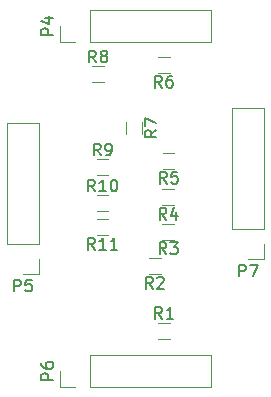
<source format=gto>
G04 #@! TF.FileFunction,Legend,Top*
%FSLAX46Y46*%
G04 Gerber Fmt 4.6, Leading zero omitted, Abs format (unit mm)*
G04 Created by KiCad (PCBNEW 4.0.4-stable) date 12/10/17 21:58:31*
%MOMM*%
%LPD*%
G01*
G04 APERTURE LIST*
%ADD10C,0.100000*%
%ADD11C,0.120000*%
%ADD12C,0.150000*%
G04 APERTURE END LIST*
D10*
D11*
X6410000Y13275000D02*
X6410000Y15935000D01*
X-3810000Y13275000D02*
X6410000Y13275000D01*
X-3810000Y15935000D02*
X6410000Y15935000D01*
X-3810000Y13275000D02*
X-3810000Y15935000D01*
X-5080000Y13275000D02*
X-6410000Y13275000D01*
X-6410000Y13275000D02*
X-6410000Y14605000D01*
X-8195000Y6410000D02*
X-10855000Y6410000D01*
X-8195000Y-3810000D02*
X-8195000Y6410000D01*
X-10855000Y-3810000D02*
X-10855000Y6410000D01*
X-8195000Y-3810000D02*
X-10855000Y-3810000D01*
X-8195000Y-5080000D02*
X-8195000Y-6410000D01*
X-8195000Y-6410000D02*
X-9525000Y-6410000D01*
X6410000Y-15935000D02*
X6410000Y-13275000D01*
X-3810000Y-15935000D02*
X6410000Y-15935000D01*
X-3810000Y-13275000D02*
X6410000Y-13275000D01*
X-3810000Y-15935000D02*
X-3810000Y-13275000D01*
X-5080000Y-15935000D02*
X-6410000Y-15935000D01*
X-6410000Y-15935000D02*
X-6410000Y-14605000D01*
X10855000Y7680000D02*
X8195000Y7680000D01*
X10855000Y-2540000D02*
X10855000Y7680000D01*
X8195000Y-2540000D02*
X8195000Y7680000D01*
X10855000Y-2540000D02*
X8195000Y-2540000D01*
X10855000Y-3810000D02*
X10855000Y-5140000D01*
X10855000Y-5140000D02*
X9525000Y-5140000D01*
X2925000Y-11856000D02*
X1925000Y-11856000D01*
X1925000Y-10496000D02*
X2925000Y-10496000D01*
X1139000Y-5035000D02*
X2139000Y-5035000D01*
X2139000Y-6395000D02*
X1139000Y-6395000D01*
X2282000Y-2114000D02*
X3282000Y-2114000D01*
X3282000Y-3474000D02*
X2282000Y-3474000D01*
X2282000Y807000D02*
X3282000Y807000D01*
X3282000Y-553000D02*
X2282000Y-553000D01*
X2306000Y3855000D02*
X3306000Y3855000D01*
X3306000Y2495000D02*
X2306000Y2495000D01*
X1901000Y11983000D02*
X2901000Y11983000D01*
X2901000Y10623000D02*
X1901000Y10623000D01*
X-807000Y5481000D02*
X-807000Y6481000D01*
X553000Y6481000D02*
X553000Y5481000D01*
X-2663000Y9861000D02*
X-3663000Y9861000D01*
X-3663000Y11221000D02*
X-2663000Y11221000D01*
X-2282000Y1987000D02*
X-3282000Y1987000D01*
X-3282000Y3347000D02*
X-2282000Y3347000D01*
X-2282000Y-1061000D02*
X-3282000Y-1061000D01*
X-3282000Y299000D02*
X-2282000Y299000D01*
X-3282000Y-1733000D02*
X-2282000Y-1733000D01*
X-2282000Y-3093000D02*
X-3282000Y-3093000D01*
D12*
X-6957619Y13866905D02*
X-7957619Y13866905D01*
X-7957619Y14247858D01*
X-7910000Y14343096D01*
X-7862381Y14390715D01*
X-7767143Y14438334D01*
X-7624286Y14438334D01*
X-7529048Y14390715D01*
X-7481429Y14343096D01*
X-7433810Y14247858D01*
X-7433810Y13866905D01*
X-7624286Y15295477D02*
X-6957619Y15295477D01*
X-8005238Y15057381D02*
X-7290952Y14819286D01*
X-7290952Y15438334D01*
X-10263095Y-7862381D02*
X-10263095Y-6862381D01*
X-9882142Y-6862381D01*
X-9786904Y-6910000D01*
X-9739285Y-6957619D01*
X-9691666Y-7052857D01*
X-9691666Y-7195714D01*
X-9739285Y-7290952D01*
X-9786904Y-7338571D01*
X-9882142Y-7386190D01*
X-10263095Y-7386190D01*
X-8786904Y-6862381D02*
X-9263095Y-6862381D01*
X-9310714Y-7338571D01*
X-9263095Y-7290952D01*
X-9167857Y-7243333D01*
X-8929761Y-7243333D01*
X-8834523Y-7290952D01*
X-8786904Y-7338571D01*
X-8739285Y-7433810D01*
X-8739285Y-7671905D01*
X-8786904Y-7767143D01*
X-8834523Y-7814762D01*
X-8929761Y-7862381D01*
X-9167857Y-7862381D01*
X-9263095Y-7814762D01*
X-9310714Y-7767143D01*
X-6957619Y-15343095D02*
X-7957619Y-15343095D01*
X-7957619Y-14962142D01*
X-7910000Y-14866904D01*
X-7862381Y-14819285D01*
X-7767143Y-14771666D01*
X-7624286Y-14771666D01*
X-7529048Y-14819285D01*
X-7481429Y-14866904D01*
X-7433810Y-14962142D01*
X-7433810Y-15343095D01*
X-7957619Y-13914523D02*
X-7957619Y-14105000D01*
X-7910000Y-14200238D01*
X-7862381Y-14247857D01*
X-7719524Y-14343095D01*
X-7529048Y-14390714D01*
X-7148095Y-14390714D01*
X-7052857Y-14343095D01*
X-7005238Y-14295476D01*
X-6957619Y-14200238D01*
X-6957619Y-14009761D01*
X-7005238Y-13914523D01*
X-7052857Y-13866904D01*
X-7148095Y-13819285D01*
X-7386190Y-13819285D01*
X-7481429Y-13866904D01*
X-7529048Y-13914523D01*
X-7576667Y-14009761D01*
X-7576667Y-14200238D01*
X-7529048Y-14295476D01*
X-7481429Y-14343095D01*
X-7386190Y-14390714D01*
X8786905Y-6592381D02*
X8786905Y-5592381D01*
X9167858Y-5592381D01*
X9263096Y-5640000D01*
X9310715Y-5687619D01*
X9358334Y-5782857D01*
X9358334Y-5925714D01*
X9310715Y-6020952D01*
X9263096Y-6068571D01*
X9167858Y-6116190D01*
X8786905Y-6116190D01*
X9691667Y-5592381D02*
X10358334Y-5592381D01*
X9929762Y-6592381D01*
X2258334Y-10178381D02*
X1925000Y-9702190D01*
X1686905Y-10178381D02*
X1686905Y-9178381D01*
X2067858Y-9178381D01*
X2163096Y-9226000D01*
X2210715Y-9273619D01*
X2258334Y-9368857D01*
X2258334Y-9511714D01*
X2210715Y-9606952D01*
X2163096Y-9654571D01*
X2067858Y-9702190D01*
X1686905Y-9702190D01*
X3210715Y-10178381D02*
X2639286Y-10178381D01*
X2925000Y-10178381D02*
X2925000Y-9178381D01*
X2829762Y-9321238D01*
X2734524Y-9416476D01*
X2639286Y-9464095D01*
X1472334Y-7617381D02*
X1139000Y-7141190D01*
X900905Y-7617381D02*
X900905Y-6617381D01*
X1281858Y-6617381D01*
X1377096Y-6665000D01*
X1424715Y-6712619D01*
X1472334Y-6807857D01*
X1472334Y-6950714D01*
X1424715Y-7045952D01*
X1377096Y-7093571D01*
X1281858Y-7141190D01*
X900905Y-7141190D01*
X1853286Y-6712619D02*
X1900905Y-6665000D01*
X1996143Y-6617381D01*
X2234239Y-6617381D01*
X2329477Y-6665000D01*
X2377096Y-6712619D01*
X2424715Y-6807857D01*
X2424715Y-6903095D01*
X2377096Y-7045952D01*
X1805667Y-7617381D01*
X2424715Y-7617381D01*
X2615334Y-4696381D02*
X2282000Y-4220190D01*
X2043905Y-4696381D02*
X2043905Y-3696381D01*
X2424858Y-3696381D01*
X2520096Y-3744000D01*
X2567715Y-3791619D01*
X2615334Y-3886857D01*
X2615334Y-4029714D01*
X2567715Y-4124952D01*
X2520096Y-4172571D01*
X2424858Y-4220190D01*
X2043905Y-4220190D01*
X2948667Y-3696381D02*
X3567715Y-3696381D01*
X3234381Y-4077333D01*
X3377239Y-4077333D01*
X3472477Y-4124952D01*
X3520096Y-4172571D01*
X3567715Y-4267810D01*
X3567715Y-4505905D01*
X3520096Y-4601143D01*
X3472477Y-4648762D01*
X3377239Y-4696381D01*
X3091524Y-4696381D01*
X2996286Y-4648762D01*
X2948667Y-4601143D01*
X2615334Y-1775381D02*
X2282000Y-1299190D01*
X2043905Y-1775381D02*
X2043905Y-775381D01*
X2424858Y-775381D01*
X2520096Y-823000D01*
X2567715Y-870619D01*
X2615334Y-965857D01*
X2615334Y-1108714D01*
X2567715Y-1203952D01*
X2520096Y-1251571D01*
X2424858Y-1299190D01*
X2043905Y-1299190D01*
X3472477Y-1108714D02*
X3472477Y-1775381D01*
X3234381Y-727762D02*
X2996286Y-1442048D01*
X3615334Y-1442048D01*
X2639334Y1272619D02*
X2306000Y1748810D01*
X2067905Y1272619D02*
X2067905Y2272619D01*
X2448858Y2272619D01*
X2544096Y2225000D01*
X2591715Y2177381D01*
X2639334Y2082143D01*
X2639334Y1939286D01*
X2591715Y1844048D01*
X2544096Y1796429D01*
X2448858Y1748810D01*
X2067905Y1748810D01*
X3544096Y2272619D02*
X3067905Y2272619D01*
X3020286Y1796429D01*
X3067905Y1844048D01*
X3163143Y1891667D01*
X3401239Y1891667D01*
X3496477Y1844048D01*
X3544096Y1796429D01*
X3591715Y1701190D01*
X3591715Y1463095D01*
X3544096Y1367857D01*
X3496477Y1320238D01*
X3401239Y1272619D01*
X3163143Y1272619D01*
X3067905Y1320238D01*
X3020286Y1367857D01*
X2234334Y9400619D02*
X1901000Y9876810D01*
X1662905Y9400619D02*
X1662905Y10400619D01*
X2043858Y10400619D01*
X2139096Y10353000D01*
X2186715Y10305381D01*
X2234334Y10210143D01*
X2234334Y10067286D01*
X2186715Y9972048D01*
X2139096Y9924429D01*
X2043858Y9876810D01*
X1662905Y9876810D01*
X3091477Y10400619D02*
X2901000Y10400619D01*
X2805762Y10353000D01*
X2758143Y10305381D01*
X2662905Y10162524D01*
X2615286Y9972048D01*
X2615286Y9591095D01*
X2662905Y9495857D01*
X2710524Y9448238D01*
X2805762Y9400619D01*
X2996239Y9400619D01*
X3091477Y9448238D01*
X3139096Y9495857D01*
X3186715Y9591095D01*
X3186715Y9829190D01*
X3139096Y9924429D01*
X3091477Y9972048D01*
X2996239Y10019667D01*
X2805762Y10019667D01*
X2710524Y9972048D01*
X2662905Y9924429D01*
X2615286Y9829190D01*
X1775381Y5814334D02*
X1299190Y5481000D01*
X1775381Y5242905D02*
X775381Y5242905D01*
X775381Y5623858D01*
X823000Y5719096D01*
X870619Y5766715D01*
X965857Y5814334D01*
X1108714Y5814334D01*
X1203952Y5766715D01*
X1251571Y5719096D01*
X1299190Y5623858D01*
X1299190Y5242905D01*
X775381Y6147667D02*
X775381Y6814334D01*
X1775381Y6385762D01*
X-3329666Y11538619D02*
X-3663000Y12014810D01*
X-3901095Y11538619D02*
X-3901095Y12538619D01*
X-3520142Y12538619D01*
X-3424904Y12491000D01*
X-3377285Y12443381D01*
X-3329666Y12348143D01*
X-3329666Y12205286D01*
X-3377285Y12110048D01*
X-3424904Y12062429D01*
X-3520142Y12014810D01*
X-3901095Y12014810D01*
X-2758238Y12110048D02*
X-2853476Y12157667D01*
X-2901095Y12205286D01*
X-2948714Y12300524D01*
X-2948714Y12348143D01*
X-2901095Y12443381D01*
X-2853476Y12491000D01*
X-2758238Y12538619D01*
X-2567761Y12538619D01*
X-2472523Y12491000D01*
X-2424904Y12443381D01*
X-2377285Y12348143D01*
X-2377285Y12300524D01*
X-2424904Y12205286D01*
X-2472523Y12157667D01*
X-2567761Y12110048D01*
X-2758238Y12110048D01*
X-2853476Y12062429D01*
X-2901095Y12014810D01*
X-2948714Y11919571D01*
X-2948714Y11729095D01*
X-2901095Y11633857D01*
X-2853476Y11586238D01*
X-2758238Y11538619D01*
X-2567761Y11538619D01*
X-2472523Y11586238D01*
X-2424904Y11633857D01*
X-2377285Y11729095D01*
X-2377285Y11919571D01*
X-2424904Y12014810D01*
X-2472523Y12062429D01*
X-2567761Y12110048D01*
X-2948666Y3664619D02*
X-3282000Y4140810D01*
X-3520095Y3664619D02*
X-3520095Y4664619D01*
X-3139142Y4664619D01*
X-3043904Y4617000D01*
X-2996285Y4569381D01*
X-2948666Y4474143D01*
X-2948666Y4331286D01*
X-2996285Y4236048D01*
X-3043904Y4188429D01*
X-3139142Y4140810D01*
X-3520095Y4140810D01*
X-2472476Y3664619D02*
X-2282000Y3664619D01*
X-2186761Y3712238D01*
X-2139142Y3759857D01*
X-2043904Y3902714D01*
X-1996285Y4093190D01*
X-1996285Y4474143D01*
X-2043904Y4569381D01*
X-2091523Y4617000D01*
X-2186761Y4664619D01*
X-2377238Y4664619D01*
X-2472476Y4617000D01*
X-2520095Y4569381D01*
X-2567714Y4474143D01*
X-2567714Y4236048D01*
X-2520095Y4140810D01*
X-2472476Y4093190D01*
X-2377238Y4045571D01*
X-2186761Y4045571D01*
X-2091523Y4093190D01*
X-2043904Y4140810D01*
X-1996285Y4236048D01*
X-3424857Y616619D02*
X-3758191Y1092810D01*
X-3996286Y616619D02*
X-3996286Y1616619D01*
X-3615333Y1616619D01*
X-3520095Y1569000D01*
X-3472476Y1521381D01*
X-3424857Y1426143D01*
X-3424857Y1283286D01*
X-3472476Y1188048D01*
X-3520095Y1140429D01*
X-3615333Y1092810D01*
X-3996286Y1092810D01*
X-2472476Y616619D02*
X-3043905Y616619D01*
X-2758191Y616619D02*
X-2758191Y1616619D01*
X-2853429Y1473762D01*
X-2948667Y1378524D01*
X-3043905Y1330905D01*
X-1853429Y1616619D02*
X-1758190Y1616619D01*
X-1662952Y1569000D01*
X-1615333Y1521381D01*
X-1567714Y1426143D01*
X-1520095Y1235667D01*
X-1520095Y997571D01*
X-1567714Y807095D01*
X-1615333Y711857D01*
X-1662952Y664238D01*
X-1758190Y616619D01*
X-1853429Y616619D01*
X-1948667Y664238D01*
X-1996286Y711857D01*
X-2043905Y807095D01*
X-2091524Y997571D01*
X-2091524Y1235667D01*
X-2043905Y1426143D01*
X-1996286Y1521381D01*
X-1948667Y1569000D01*
X-1853429Y1616619D01*
X-3424857Y-4315381D02*
X-3758191Y-3839190D01*
X-3996286Y-4315381D02*
X-3996286Y-3315381D01*
X-3615333Y-3315381D01*
X-3520095Y-3363000D01*
X-3472476Y-3410619D01*
X-3424857Y-3505857D01*
X-3424857Y-3648714D01*
X-3472476Y-3743952D01*
X-3520095Y-3791571D01*
X-3615333Y-3839190D01*
X-3996286Y-3839190D01*
X-2472476Y-4315381D02*
X-3043905Y-4315381D01*
X-2758191Y-4315381D02*
X-2758191Y-3315381D01*
X-2853429Y-3458238D01*
X-2948667Y-3553476D01*
X-3043905Y-3601095D01*
X-1520095Y-4315381D02*
X-2091524Y-4315381D01*
X-1805810Y-4315381D02*
X-1805810Y-3315381D01*
X-1901048Y-3458238D01*
X-1996286Y-3553476D01*
X-2091524Y-3601095D01*
M02*

</source>
